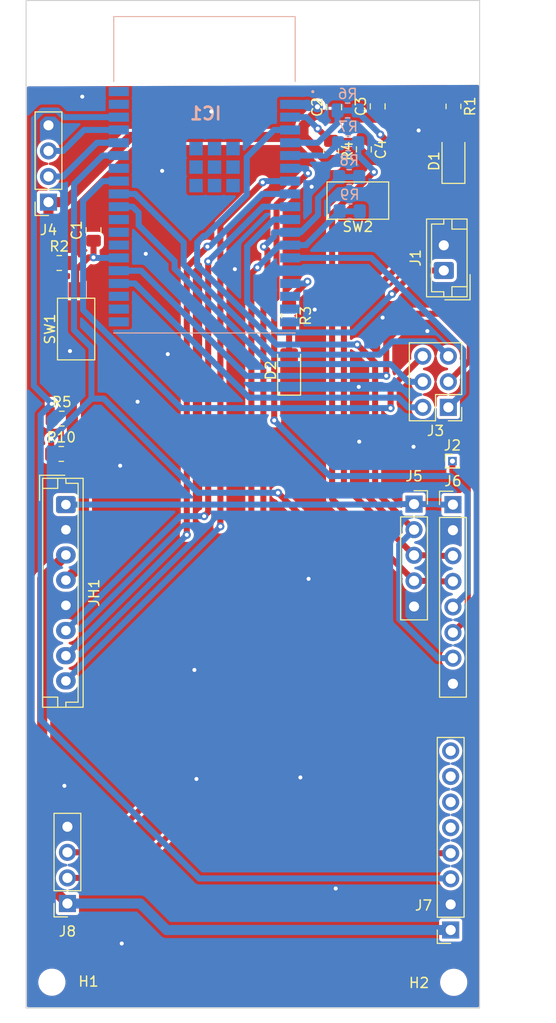
<source format=kicad_pcb>
(kicad_pcb (version 20221018) (generator pcbnew)
  (layers (0 "F.Cu" signal) (31 "B.Cu" signal) (34 "B.Paste" user) (35 "F.Paste" user) (36 "B.SilkS" user "B.Silkscreen") (37 "F.SilkS" user "F.Silkscreen") (38 "B.Mask" user) (39 "F.Mask" user) (44 "Edge.Cuts" user))
  (net 0 "")
  (net 1 "/Acondicionamiento/BOOT")
  (net 2 "GND")
  (net 3 "+3.3V")
  (net 4 "/Acondicionamiento/EN")
  (net 5 "Net-(D1-A)")
  (net 6 "Net-(D2-A)")
  (net 7 "/Acondicionamiento/RST_SIM")
  (net 8 "/Acondicionamiento/TX_SIM")
  (net 9 "/Acondicionamiento/RX_SIM")
  (net 10 "/Acondicionamiento/NE_SIM")
  (net 11 "/Acondicionamiento/CtrAl")
  (net 12 "/Acondicionamiento/CtrSIM")
  (net 13 "/Acondicionamiento/CtrGPSAc")
  (net 14 "/Acondicionamiento/CtrLuces")
  (net 15 "/Acondicionamiento/MP1")
  (net 16 "/Acondicionamiento/MP2")
  (net 17 "/Acondicionamiento/MP3")
  (net 18 "/Acondicionamiento/TEST_LED")
  (net 25 "/Acondicionamiento/MP4")
  (net 26 "/Acondicionamiento/MP5")
  (net 30 "/Acondicionamiento/MP6")
  (net 32 "/Acondicionamiento/SDA")
  (net 33 "/Acondicionamiento/RX_BOOT")
  (net 34 "/Acondicionamiento/TX_BOOT")
  (net 35 "/Acondicionamiento/SCL")
  (net 47 "4.1V")
  (net 48 "+3.3_2")
  (net 49 "/Acondicionamiento/TX_GPS")
  (net 50 "/Acondicionamiento/RX_GPS")
  (net 51 "/VdoSIM")
  (footprint "MountingHole:MountingHole_2.2mm_M2" (layer "F.Cu") (at 92.43 122.44)
    (fp_text reference "H2" (at -3.44 0.06) (layer "F.SilkS"))
    (fp_text value "MountingHole")
    (pad "" np_thru_hole circle (at 0 0) (size 2.2 2.2) (drill 2.2) (layers "*.Cu" "*.Mask"))
  )
  (footprint "Connector_PinHeader_2.54mm:PinHeader_1x08_P2.54mm_Vertical" (layer "F.Cu") (at 92.3544 75.0316)
    (fp_text reference "J6" (at 0 -2.33) (layer "F.SilkS"))
    (fp_text value "Conn_01x08")
    (pad "1" thru_hole rect (at 0 0) (size 1.7 1.7) (drill 1) (layers "*.Cu" "*.Mask") (net 47 "4.1V"))
    (pad "2" thru_hole oval (at 0 2.54) (size 1.7 1.7) (drill 1) (layers "*.Cu" "*.Mask") (net 2 "GND"))
    (pad "3" thru_hole oval (at 0 5.08) (size 1.7 1.7) (drill 1) (layers "*.Cu" "*.Mask") (net 8 "/Acondicionamiento/TX_SIM"))
    (pad "4" thru_hole oval (at 0 7.62) (size 1.7 1.7) (drill 1) (layers "*.Cu" "*.Mask") (net 9 "/Acondicionamiento/RX_SIM"))
    (pad "5" thru_hole oval (at 0 10.16) (size 1.7 1.7) (drill 1) (layers "*.Cu" "*.Mask") (net 10 "/Acondicionamiento/NE_SIM"))
    (pad "6" thru_hole oval (at 0 12.7) (size 1.7 1.7) (drill 1) (layers "*.Cu" "*.Mask") (net 51 "/VdoSIM"))
    (pad "7" thru_hole oval (at 0 15.24) (size 1.7 1.7) (drill 1) (layers "*.Cu" "*.Mask") (net 7 "/Acondicionamiento/RST_SIM"))
    (pad "8" thru_hole oval (at 0 17.78) (size 1.7 1.7) (drill 1) (layers "*.Cu" "*.Mask") (net 2 "GND"))
  )
  (footprint "Resistor_SMD:R_0805_2012Metric_Pad1.20x1.40mm_HandSolder" (layer "F.Cu") (at 53.5432 66.4972)
    (fp_text reference "R5" (at 0 -1.65) (layer "F.SilkS"))
    (fp_text value "4.7k")
    (pad "1" smd roundrect (at -1 0) (size 1.2 1.4) (layers "F.Cu" "F.Paste" "F.Mask") (roundrect_rratio 0.208333) (net 35 "/Acondicionamiento/SCL"))
    (pad "2" smd roundrect (at 1 0) (size 1.2 1.4) (layers "F.Cu" "F.Paste" "F.Mask") (roundrect_rratio 0.208333) (net 3 "+3.3V"))
  )
  (footprint "Connector_PinSocket_2.54mm:PinSocket_1x04_P2.54mm_Vertical" (layer "F.Cu") (at 54.102 114.62 180)
    (fp_text reference "J8" (at 0 -2.77) (layer "F.SilkS"))
    (fp_text value "Conn_01x04")
    (pad "1" thru_hole rect (at 0 0 180) (size 1.7 1.7) (drill 1) (layers "*.Cu" "*.Mask") (net 48 "+3.3_2"))
    (pad "2" thru_hole oval (at 0 2.54 180) (size 1.7 1.7) (drill 1) (layers "*.Cu" "*.Mask") (net 49 "/Acondicionamiento/TX_GPS"))
    (pad "3" thru_hole oval (at 0 5.08 180) (size 1.7 1.7) (drill 1) (layers "*.Cu" "*.Mask") (net 50 "/Acondicionamiento/RX_GPS"))
    (pad "4" thru_hole oval (at 0 7.62 180) (size 1.7 1.7) (drill 1) (layers "*.Cu" "*.Mask") (net 2 "GND"))
  )
  (footprint "Connector_PinSocket_2.54mm:PinSocket_1x04_P2.54mm_Vertical" (layer "F.Cu") (at 52.2224 45.0088 180)
    (fp_text reference "J4" (at 0 -2.77) (layer "F.SilkS"))
    (fp_text value "Conn_01x04")
    (pad "1" thru_hole rect (at 0 0 180) (size 1.7 1.7) (drill 1) (layers "*.Cu" "*.Mask") (net 3 "+3.3V"))
    (pad "2" thru_hole oval (at 0 2.54 180) (size 1.7 1.7) (drill 1) (layers "*.Cu" "*.Mask") (net 33 "/Acondicionamiento/RX_BOOT"))
    (pad "3" thru_hole oval (at 0 5.08 180) (size 1.7 1.7) (drill 1) (layers "*.Cu" "*.Mask") (net 34 "/Acondicionamiento/TX_BOOT"))
    (pad "4" thru_hole oval (at 0 7.62 180) (size 1.7 1.7) (drill 1) (layers "*.Cu" "*.Mask") (net 2 "GND"))
  )
  (footprint "Resistor_SMD:R_0805_2012Metric_Pad1.20x1.40mm_HandSolder" (layer "F.Cu") (at 53.4924 70.0024)
    (fp_text reference "R10" (at 0 -1.65) (layer "F.SilkS"))
    (fp_text value "4.7k")
    (pad "1" smd roundrect (at -1 0) (size 1.2 1.4) (layers "F.Cu" "F.Paste" "F.Mask") (roundrect_rratio 0.208333) (net 32 "/Acondicionamiento/SDA"))
    (pad "2" smd roundrect (at 1 0) (size 1.2 1.4) (layers "F.Cu" "F.Paste" "F.Mask") (roundrect_rratio 0.208333) (net 3 "+3.3V"))
  )
  (footprint "Button_Switch_SMD:SW_SPST_CK_RS282G05A3" (layer "F.Cu") (at 82.9172 44.8564 180)
    (fp_text reference "SW2" (at 0 -2.6) (layer "F.SilkS"))
    (fp_text value "SW_Reset")
    (pad "1" smd rect (at -3.9 0 180) (size 1.5 1.5) (layers "F.Cu" "F.Paste" "F.Mask") (net 4 "/Acondicionamiento/EN"))
    (pad "2" smd rect (at 3.9 0 180) (size 1.5 1.5) (layers "F.Cu" "F.Paste" "F.Mask") (net 2 "GND"))
  )
  (footprint "Capacitor_SMD:C_0805_2012Metric_Pad1.18x1.45mm_HandSolder" (layer "F.Cu") (at 80.5688 35.5815 90)
    (fp_text reference "C2" (at 0 -1.68 90) (layer "F.SilkS"))
    (fp_text value "22u")
    (pad "1" smd roundrect (at -1.0375 0 90) (size 1.175 1.45) (layers "F.Cu" "F.Paste" "F.Mask") (roundrect_rratio 0.212766) (net 3 "+3.3V"))
    (pad "2" smd roundrect (at 1.0375 0 90) (size 1.175 1.45) (layers "F.Cu" "F.Paste" "F.Mask") (roundrect_rratio 0.212766) (net 2 "GND"))
  )
  (footprint "Resistor_SMD:R_0805_2012Metric_Pad1.20x1.40mm_HandSolder" (layer "F.Cu") (at 80.264 39.9288 90)
    (fp_text reference "R4" (at -0.016 1.6256 90) (layer "F.SilkS"))
    (fp_text value "10k")
    (pad "1" smd roundrect (at -1 0 90) (size 1.2 1.4) (layers "F.Cu" "F.Paste" "F.Mask") (roundrect_rratio 0.208333) (net 3 "+3.3V"))
    (pad "2" smd roundrect (at 1 0 90) (size 1.2 1.4) (layers "F.Cu" "F.Paste" "F.Mask") (roundrect_rratio 0.208333) (net 4 "/Acondicionamiento/EN"))
  )
  (footprint "Connector_PinHeader_1.00mm:PinHeader_1x01_P1.00mm_Vertical" (layer "F.Cu") (at 92.3036 70.7136)
    (fp_text reference "J2" (at 0 -1.56) (layer "F.SilkS"))
    (fp_text value "Conn_01x01")
    (pad "1" thru_hole rect (at 0 0) (size 0.85 0.85) (drill 0.5) (layers "*.Cu" "*.Mask") (net 51 "/VdoSIM"))
  )
  (footprint "Resistor_SMD:R_0805_2012Metric_Pad1.20x1.40mm_HandSolder" (layer "F.Cu") (at 92.4052 35.5092 -90)
    (fp_text reference "R1" (at 0 -1.65 90) (layer "F.SilkS"))
    (fp_text value "470")
    (pad "1" smd roundrect (at -1 0 270) (size 1.2 1.4) (layers "F.Cu" "F.Paste" "F.Mask") (roundrect_rratio 0.208333) (net 3 "+3.3V"))
    (pad "2" smd roundrect (at 1 0 270) (size 1.2 1.4) (layers "F.Cu" "F.Paste" "F.Mask") (roundrect_rratio 0.208333) (net 5 "Net-(D1-A)"))
  )
  (footprint "Capacitor_SMD:C_0805_2012Metric_Pad1.18x1.45mm_HandSolder" (layer "F.Cu") (at 83.5152 39.7764 -90)
    (fp_text reference "C4" (at 0 -1.68 90) (layer "F.SilkS"))
    (fp_text value "0.1u")
    (pad "1" smd roundrect (at -1.0375 0 270) (size 1.175 1.45) (layers "F.Cu" "F.Paste" "F.Mask") (roundrect_rratio 0.212766) (net 4 "/Acondicionamiento/EN"))
    (pad "2" smd roundrect (at 1.0375 0 270) (size 1.175 1.45) (layers "F.Cu" "F.Paste" "F.Mask") (roundrect_rratio 0.212766) (net 2 "GND"))
  )
  (footprint "LED_SMD:LED_1206_3216Metric_Pad1.42x1.75mm_HandSolder" (layer "F.Cu") (at 76.0984 61.7077 90)
    (fp_text reference "D2" (at 0 -1.82 90) (layer "F.SilkS"))
    (fp_text value "LED_TEST")
    (pad "1" smd roundrect (at -1.4875 0 90) (size 1.425 1.75) (layers "F.Cu" "F.Paste" "F.Mask") (roundrect_rratio 0.175439) (net 2 "GND"))
    (pad "2" smd roundrect (at 1.4875 0 90) (size 1.425 1.75) (layers "F.Cu" "F.Paste" "F.Mask") (roundrect_rratio 0.175439) (net 6 "Net-(D2-A)"))
  )
  (footprint "Capacitor_SMD:C_0805_2012Metric_Pad1.18x1.45mm_HandSolder" (layer "F.Cu") (at 84.8868 35.5092 90)
    (fp_text reference "C3" (at 0 -1.68 90) (layer "F.SilkS"))
    (fp_text value "0.1u")
    (pad "1" smd roundrect (at -1.0375 0 90) (size 1.175 1.45) (layers "F.Cu" "F.Paste" "F.Mask") (roundrect_rratio 0.212766) (net 3 "+3.3V"))
    (pad "2" smd roundrect (at 1.0375 0 90) (size 1.175 1.45) (layers "F.Cu" "F.Paste" "F.Mask") (roundrect_rratio 0.212766) (net 2 "GND"))
  )
  (footprint "Resistor_SMD:R_0805_2012Metric_Pad1.20x1.40mm_HandSolder" (layer "F.Cu") (at 53.2892 51.054)
    (fp_text reference "R2" (at 0 -1.65) (layer "F.SilkS"))
    (fp_text value "10k")
    (pad "1" smd roundrect (at -1 0) (size 1.2 1.4) (layers "F.Cu" "F.Paste" "F.Mask") (roundrect_rratio 0.208333) (net 3 "+3.3V"))
    (pad "2" smd roundrect (at 1 0) (size 1.2 1.4) (layers "F.Cu" "F.Paste" "F.Mask") (roundrect_rratio 0.208333) (net 1 "/Acondicionamiento/BOOT"))
  )
  (footprint "Connector_JST:JST_EH_B8B-EH-A_1x08_P2.50mm_Vertical" (layer "F.Cu") (at 53.9496 75.0284 -90)
    (fp_text reference "JH1" (at 8.75 -2.8 90) (layer "F.SilkS"))
    (fp_text value "~")
    (pad "1" thru_hole roundrect (at 0 0 270) (size 1.7 1.95) (drill 0.95) (layers "*.Cu" "*.Mask") (roundrect_rratio 0.147059) (net 47 "4.1V"))
    (pad "2" thru_hole oval (at 2.5 0 270) (size 1.7 1.95) (drill 0.95) (layers "*.Cu" "*.Mask") (net 2 "GND"))
    (pad "3" thru_hole oval (at 5 0 270) (size 1.7 1.95) (drill 0.95) (layers "*.Cu" "*.Mask") (net 48 "+3.3_2"))
    (pad "4" thru_hole oval (at 7.5 0 270) (size 1.7 1.95) (drill 0.95) (layers "*.Cu" "*.Mask") (net 3 "+3.3V"))
    (pad "5" thru_hole oval (at 10 0 270) (size 1.7 1.95) (drill 0.95) (layers "*.Cu" "*.Mask") (net 2 "GND"))
    (pad "6" thru_hole oval (at 12.5 0 270) (size 1.7 1.95) (drill 0.95) (layers "*.Cu" "*.Mask") (net 13 "/Acondicionamiento/CtrGPSAc"))
    (pad "7" thru_hole oval (at 15 0 270) (size 1.7 1.95) (drill 0.95) (layers "*.Cu" "*.Mask") (net 12 "/Acondicionamiento/CtrSIM"))
    (pad "8" thru_hole oval (at 17.5 0 270) (size 1.7 1.95) (drill 0.95) (layers "*.Cu" "*.Mask") (net 11 "/Acondicionamiento/CtrAl"))
  )
  (footprint "Capacitor_SMD:C_0805_2012Metric_Pad1.18x1.45mm_HandSolder" (layer "F.Cu") (at 56.6928 47.8028 90)
    (fp_text reference "C1" (at 0 -1.68 90) (layer "F.SilkS"))
    (fp_text value "0.1u")
    (pad "1" smd roundrect (at -1.0375 0 90) (size 1.175 1.45) (layers "F.Cu" "F.Paste" "F.Mask") (roundrect_rratio 0.212766) (net 1 "/Acondicionamiento/BOOT"))
    (pad "2" smd roundrect (at 1.0375 0 90) (size 1.175 1.45) (layers "F.Cu" "F.Paste" "F.Mask") (roundrect_rratio 0.212766) (net 2 "GND"))
  )
  (footprint "Connector_PinHeader_2.54mm:PinHeader_2x03_P2.54mm_Vertical" (layer "F.Cu") (at 91.8972 65.3796 180)
    (fp_text reference "J3" (at 1.27 -2.33) (layer "F.SilkS"))
    (fp_text value "Conn_02x03_Counter_Clockwise")
    (pad "1" thru_hole rect (at 0 0 180) (size 1.7 1.7) (drill 1) (layers "*.Cu" "*.Mask") (net 15 "/Acondicionamiento/MP1"))
    (pad "2" thru_hole oval (at 2.54 0 180) (size 1.7 1.7) (drill 1) (layers "*.Cu" "*.Mask") (net 16 "/Acondicionamiento/MP2"))
    (pad "3" thru_hole oval (at 0 2.54 180) (size 1.7 1.7) (drill 1) (layers "*.Cu" "*.Mask") (net 17 "/Acondicionamiento/MP3"))
    (pad "4" thru_hole oval (at 2.54 2.54 180) (size 1.7 1.7) (drill 1) (layers "*.Cu" "*.Mask") (net 25 "/Acondicionamiento/MP4"))
    (pad "5" thru_hole oval (at 0 5.08 180) (size 1.7 1.7) (drill 1) (layers "*.Cu" "*.Mask") (net 26 "/Acondicionamiento/MP5"))
    (pad "6" thru_hole oval (at 2.54 5.08 180) (size 1.7 1.7) (drill 1) (layers "*.Cu" "*.Mask") (net 30 "/Acondicionamiento/MP6"))
  )
  (footprint "MountingHole:MountingHole_2.2mm_M2" (layer "F.Cu") (at 52.56 122.43)
    (fp_text reference "H1" (at 3.63 -0.07) (layer "F.SilkS"))
    (fp_text value "MountingHole")
    (pad "" np_thru_hole circle (at 0 0) (size 2.2 2.2) (drill 2.2) (layers "*.Cu" "*.Mask"))
  )
  (footprint "Connector_PinSocket_2.54mm:PinSocket_1x05_P2.54mm_Vertical" (layer "F.Cu") (at 88.4936 74.9808)
    (fp_text reference "J5" (at 0 -2.77) (layer "F.SilkS"))
    (fp_text value "Conn_01x05")
    (pad "1" thru_hole rect (at 0 0) (size 1.7 1.7) (drill 1) (layers "*.Cu" "*.Mask") (net 47 "4.1V"))
    (pad "2" thru_hole oval (at 0 2.54) (size 1.7 1.7) (drill 1) (layers "*.Cu" "*.Mask") (net 7 "/Acondicionamiento/RST_SIM"))
    (pad "3" thru_hole oval (at 0 5.08) (size 1.7 1.7) (drill 1) (layers "*.Cu" "*.Mask") (net 8 "/Acondicionamiento/TX_SIM"))
    (pad "4" thru_hole oval (at 0 7.62) (size 1.7 1.7) (drill 1) (layers "*.Cu" "*.Mask") (net 9 "/Acondicionamiento/RX_SIM"))
    (pad "5" thru_hole oval (at 0 10.16) (size 1.7 1.7) (drill 1) (layers "*.Cu" "*.Mask") (net 2 "GND"))
  )
  (footprint "Connector_JST:JST_EH_B2B-EH-A_1x02_P2.50mm_Vertical" (layer "F.Cu") (at 91.4448 51.796 90)
    (fp_text reference "J1" (at 1.25 -2.8 90) (layer "F.SilkS"))
    (fp_text value "Conn_01x02")
    (pad "1" thru_hole roundrect (at 0 0 90) (size 1.7 2) (drill 1) (layers "*.Cu" "*.Mask") (roundrect_rratio 0.147059) (net 14 "/Acondicionamiento/CtrLuces"))
    (pad "2" thru_hole oval (at 2.5 0 90) (size 1.7 2) (drill 1) (layers "*.Cu" "*.Mask") (net 2 "GND"))
  )
  (footprint "Button_Switch_SMD:SW_SPST_CK_RS282G05A3" (layer "F.Cu") (at 54.9656 57.6072 90)
    (fp_text reference "SW1" (at 0 -2.6 90) (layer "F.SilkS"))
    (fp_text value "SW_Boot")
    (pad "1" smd rect (at -3.9 0 90) (size 1.5 1.5) (layers "F.Cu" "F.Paste" "F.Mask") (net 2 "GND"))
    (pad "2" smd rect (at 3.9 0 90) (size 1.5 1.5) (layers "F.Cu" "F.Paste" "F.Mask") (net 1 "/Acondicionamiento/BOOT"))
  )
  (footprint "Resistor_SMD:R_0805_2012Metric_Pad1.20x1.40mm_HandSolder" (layer "F.Cu") (at 76.0984 56.2864 -90)
    (fp_text reference "R3" (at 0 -1.65 90) (layer "F.SilkS"))
    (fp_text value "470")
    (pad "1" smd roundrect (at -1 0 270) (size 1.2 1.4) (layers "F.Cu" "F.Paste" "F.Mask") (roundrect_rratio 0.208333) (net 18 "/Acondicionamiento/TEST_LED"))
    (pad "2" smd roundrect (at 1 0 270) (size 1.2 1.4) (layers "F.Cu" "F.Paste" "F.Mask") (roundrect_rratio 0.208333) (net 6 "Net-(D2-A)"))
  )
  (footprint "LED_SMD:LED_1206_3216Metric_Pad1.42x1.75mm_HandSolder" (layer "F.Cu") (at 92.4052 40.6908 90)
    (fp_text reference "D1" (at -0.254 -1.9216 90) (layer "F.SilkS"))
    (fp_text value "LED_ON")
    (pad "1" smd roundrect (at -1.4875 0 90) (size 1.425 1.75) (layers "F.Cu" "F.Paste" "F.Mask") (roundrect_rratio 0.175439) (net 2 "GND"))
    (pad "2" smd roundrect (at 1.4875 0 90) (size 1.425 1.75) (layers "F.Cu" "F.Paste" "F.Mask") (roundrect_rratio 0.175439) (net 5 "Net-(D1-A)"))
  )
  (footprint "Connector_PinSocket_2.54mm:PinSocket_1x08_P2.54mm_Vertical" (layer "F.Cu") (at 92.13 117.25 180)
    (fp_text reference "J7" (at 2.6924 2.4384) (layer "F.SilkS"))
    (fp_text value "Conn_01x08")
    (pad "1" thru_hole rect (at 0 0 180) (size 1.7 1.7) (drill 1) (layers "*.Cu" "*.Mask") (net 48 "+3.3_2"))
    (pad "2" thru_hole oval (at 0 2.54 180) (size 1.7 1.7) (drill 1) (layers "*.Cu" "*.Mask") (net 2 "GND"))
    (pad "3" thru_hole oval (at 0 5.08 180) (size 1.7 1.7) (drill 1) (layers "*.Cu" "*.Mask") (net 35 "/Acondicionamiento/SCL"))
    (pad "4" thru_hole oval (at 0 7.62 180) (size 1.7 1.7) (drill 1) (layers "*.Cu" "*.Mask") (net 32 "/Acondicionamiento/SDA"))
    (pad "5" thru_hole oval (at 0 10.16 180) (size 1.7 1.7) (drill 1) (layers "*.Cu" "*.Mask"))
    (pad "6" thru_hole oval (at 0 12.7 180) (size 1.7 1.7) (drill 1) (layers "*.Cu" "*.Mask"))
    (pad "7" thru_hole oval (at 0 15.24 180) (size 1.7 1.7) (drill 1) (layers "*.Cu" "*.Mask"))
    (pad "8" thru_hole oval (at 0 17.78 180) (size 1.7 1.7) (drill 1) (layers "*.Cu" "*.Mask"))
  )
  (footprint "Resistor_SMD:R_0805_2012Metric_Pad1.20x1.40mm_HandSolder" (layer "B.Cu") (at 82.058 42.5196 180)
    (fp_text reference "R8" (at 0 1.65) (layer "B.SilkS") (effects (justify mirror)))
    (fp_text value "470")
    (pad "1" smd roundrect (at -1 0 180) (size 1.2 1.4) (layers "B.Cu" "B.Paste" "B.Mask") (roundrect_rratio 0.208333) (net 49 "/Acondicionamiento/TX_GPS"))
    (pad "2" smd roundrect (at 1 0 180) (size 1.2 1.4) (layers "B.Cu" "B.Paste" "B.Mask") (roundrect_rratio 0.208333) (net 49 "/Acondicionamiento/TX_GPS"))
  )
  (footprint "Resistor_SMD:R_0805_2012Metric_Pad1.20x1.40mm_HandSolder" (layer "B.Cu") (at 81.9564 39.1668 180)
    (fp_text reference "R7" (at 0 1.65) (layer "B.SilkS") (effects (justify mirror)))
    (fp_text value "470")
    (pad "1" smd roundrect (at -1 0 180) (size 1.2 1.4) (layers "B.Cu" "B.Paste" "B.Mask") (roundrect_rratio 0.208333) (net 9 "/Acondicionamiento/RX_SIM"))
    (pad "2" smd roundrect (at 1 0 180) (size 1.2 1.4) (layers "B.Cu" "B.Paste" "B.Mask") (roundrect_rratio 0.208333) (net 9 "/Acondicionamiento/RX_SIM"))
  )
  (footprint "ESP32-WROVER-B__8MB_:ESP32WROVERB8MB" (layer "B.Cu") (at 67.7 42.296 180)
    (fp_text reference "IC1" (at -0.118 6.0756) (layer "B.SilkS") (effects (font (size 1.27 1.27) (thickness 0.254)) (justify mirror)))
    (fp_text value "ESP32-WROVER-B__8MB_" hide)
    (pad "1" smd rect (at -8.5 8.26 90) (size 0.9 2) (layers "B.Cu" "B.Paste" "B.Mask") (net 2 "GND"))
    (pad "2" smd rect (at -8.5 6.99 90) (size 0.9 2) (layers "B.Cu" "B.Paste" "B.Mask") (net 3 "+3.3V"))
    (pad "3" smd rect (at -8.5 5.72 90) (size 0.9 2) (layers "B.Cu" "B.Paste" "B.Mask") (net 4 "/Acondicionamiento/EN"))
    (pad "4" smd rect (at -8.5 4.45 90) (size 0.9 2) (layers "B.Cu" "B.Paste" "B.Mask") (net 7 "/Acondicionamiento/RST_SIM"))
    (pad "5" smd rect (at -8.5 3.18 90) (size 0.9 2) (layers "B.Cu" "B.Paste" "B.Mask") (net 8 "/Acondicionamiento/TX_SIM"))
    (pad "6" smd rect (at -8.5 1.91 90) (size 0.9 2) (layers "B.Cu" "B.Paste" "B.Mask") (net 9 "/Acondicionamiento/RX_SIM"))
    (pad "7" smd rect (at -8.5 0.64 90) (size 0.9 2) (layers "B.Cu" "B.Paste" "B.Mask") (net 10 "/Acondicionamiento/NE_SIM"))
    (pad "8" smd rect (at -8.5 -0.63 90) (size 0.9 2) (layers "B.Cu" "B.Paste" "B.Mask") (net 11 "/Acondicionamiento/CtrAl"))
    (pad "9" smd rect (at -8.5 -1.9 90) (size 0.9 2) (layers "B.Cu" "B.Paste" "B.Mask") (net 12 "/Acondicionamiento/CtrSIM"))
    (pad "10" smd rect (at -8.5 -3.17 90) (size 0.9 2) (layers "B.Cu" "B.Paste" "B.Mask") (net 13 "/Acondicionamiento/CtrGPSAc"))
    (pad "11" smd rect (at -8.5 -4.44 90) (size 0.9 2) (layers "B.Cu" "B.Paste" "B.Mask") (net 14 "/Acondicionamiento/CtrLuces"))
    (pad "12" smd rect (at -8.5 -5.71 90) (size 0.9 2) (layers "B.Cu" "B.Paste" "B.Mask") (net 49 "/Acondicionamiento/TX_GPS"))
    (pad "13" smd rect (at -8.5 -6.98 90) (size 0.9 2) (layers "B.Cu" "B.Paste" "B.Mask") (net 50 "/Acondicionamiento/RX_GPS"))
    (pad "14" smd rect (at -8.5 -8.25 90) (size 0.9 2) (layers "B.Cu" "B.Paste" "B.Mask") (net 15 "/Acondicionamiento/MP1"))
    (pad "15" smd rect (at -8.5 -9.52 90) (size 0.9 2) (layers "B.Cu" "B.Paste" "B.Mask") (net 2 "GND"))
    (pad "16" smd rect (at -8.5 -10.79 90) (size 0.9 2) (layers "B.Cu" "B.Paste" "B.Mask") (net 18 "/Acondicionamiento/TEST_LED"))
    (pad "17" smd rect (at -8.5 -12.06 90) (size 0.9 2) (layers "B.Cu" "B.Paste" "B.Mask"))
    (pad "18" smd rect (at -8.5 -13.33 90) (size 0.9 2) (layers "B.Cu" "B.Paste" "B.Mask"))
    (pad "19" smd rect (at -8.5 -14.6 90) (size 0.9 2) (layers "B.Cu" "B.Paste" "B.Mask"))
    (pad "20" smd rect (at 8.5 -14.6 90) (size 0.9 2) (layers "B.Cu" "B.Paste" "B.Mask"))
    (pad "21" smd rect (at 8.5 -13.33 90) (size 0.9 2) (layers "B.Cu" "B.Paste" "B.Mask"))
    (pad "22" smd rect (at 8.5 -12.06 90) (size 0.9 2) (layers "B.Cu" "B.Paste" "B.Mask"))
    (pad "23" smd rect (at 8.5 -10.79 90) (size 0.9 2) (layers "B.Cu" "B.Paste" "B.Mask") (net 16 "/Acondicionamiento/MP2"))
    (pad "24" smd rect (at 8.5 -9.52 90) (size 0.9 2) (layers "B.Cu" "B.Paste" "B.Mask") (net 17 "/Acondicionamiento/MP3"))
    (pad "25" smd rect (at 8.5 -8.25 90) (size 0.9 2) (layers "B.Cu" "B.Paste" "B.Mask") (net 1 "/Acondicionamiento/BOOT"))
    (pad "26" smd rect (at 8.5 -6.98 90) (size 0.9 2) (layers "B.Cu" "B.Paste" "B.Mask"))
    (pad "27" smd rect (at 8.5 -5.71 90) (size 0.9 2) (layers "B.Cu" "B.Paste" "B.Mask"))
    (pad "28" smd rect (at 8.5 -4.44 90) (size 0.9 2) (layers "B.Cu" "B.Paste" "B.Mask"))
    (pad "29" smd rect (at 8.5 -3.17 90) (size 0.9 2) (layers "B.Cu" "B.Paste" "B.Mask") (net 25 "/Acondicionamiento/MP4"))
    (pad "30" smd rect (at 8.5 -1.9 90) (size 0.9 2) (layers "B.Cu" "B.Paste" "B.Mask") (net 26 "/Acondicionamiento/MP5"))
    (pad "31" smd rect (at 8.5 -0.63 90) (size 0.9 2) (layers "B.Cu" "B.Paste" "B.Mask") (net 30 "/Acondicionamiento/MP6"))
    (pad "32" smd rect (at 8.5 0.64 90) (size 0.9 2) (layers "B.Cu" "B.Paste" "B.Mask"))
    (pad "33" smd rect (at 8.5 1.91 90) (size 0.9 2) (layers "B.Cu" "B.Paste" "B.Mask") (net 32 "/Acondicionamiento/SDA"))
    (pad "34" smd rect (at 8.5 3.18 90) (size 0.9 2) (layers "B.Cu" "B.Paste" "B.Mask") (net 33 "/Acondicionamiento/RX_BOOT"))
    (pad "35" smd rect (at 8.5 4.45 90) (size 0.9 2) (layers "B.Cu" "B.Paste" "B.Mask") (net 34 "/Acondicionamiento/TX_BOOT"))
    (pad "36" smd rect (at 8.5 5.72 90) (size 0.9 2) (layers "B.Cu" "B.Paste" "B.Mask") (net 35 "/Acondicionamiento/SCL"))
    (pad "37" smd rect (at 8.5 6.99 90) (size 0.9 2) (layers "B.Cu" "B.Paste" "B.Mask"))
    (pad "38" smd rect (at 8.5 8.26 90) (size 0.9 2) (layers "B.Cu" "B.Paste" "B.Mask"))
    (pad "39" smd rect (at -2.835 2.595 90) (size 1.33 1.33) (layers "B.Cu" "B.Paste" "B.Mask"))
    (pad "40" smd rect (at -2.835 0.76 90) (size 1.33 1.33) (layers "B.Cu" "B.Paste" "B.Mask"))
    (pad "41" smd rect (at -2.835 -1.075 90) (size 1.33 1.33) (layers "B.Cu" "B.Paste" "B.Mask"))
    (pad "42" smd rect (at -1 -1.075 90) (size 1.33 1.33) (layers "B.Cu" "B.Paste" "B.Mask"))
    (pad "43" smd rect (at 0.835 -1.075 90) (size 1.33 1.33) (layers "B.Cu" "B.Paste" "B.Mask"))
    (pad "44" smd rect (at 0.835 0.76 90) (size 1.33 1.33) (layers "B.Cu" "B.Paste" "B.Mask"))
    (pad "45" smd rect (at 0.835 2.595 90) (size 1.33 1.33) (layers "B.Cu" "B.Paste" "B.Mask"))
    (pad "46" smd rect (at -1 2.595 90) (size 1.33 1.33) (layers "B.Cu" "B.Paste" "B.Mask"))
    (pad "47" smd rect (at -1 0.76 90) (size 1.33 1.33) (layers "B.Cu" "B.Paste" "B.Mask"))
  )
  (footprint "Resistor_SMD:R_0805_2012Metric_Pad1.20x1.40mm_HandSolder" (layer "B.Cu") (at 82.1088 45.9232 180)
    (fp_text reference "R9" (at 0 1.65) (layer "B.SilkS") (effects (justify mirror)))
    (fp_text value "470")
    (pad "1" smd roundrect (at -1 0 180) (size 1.2 1.4) (layers "B.Cu" "B.Paste" "B.Mask") (roundrect_rratio 0.208333) (net 50 "/Acondicionamiento/RX_GPS"))
    (pad "2" smd roundrect (at 1 0 180) (size 1.2 1.4) (layers "B.Cu" "B.Paste" "B.Mask") (roundrect_rratio 0.208333) (net 50 "/Acondicionamiento/RX_GPS"))
  )
  (footprint "Resistor_SMD:R_0805_2012Metric_Pad1.20x1.40mm_HandSolder" (layer "B.Cu") (at 81.9056 35.9156 180)
    (fp_text reference "R6" (at 0 1.65) (layer "B.SilkS") (effects (justify mirror)))
    (fp_text value "470")
    (pad "1" smd roundrect (at -1 0 180) (size 1.2 1.4) (layers "B.Cu" "B.Paste" "B.Mask") (roundrect_rratio 0.208333) (net 8 "/Acondicionamiento/TX_SIM"))
    (pad "2" smd roundrect (at 1 0 180) (size 1.2 1.4) (layers "B.Cu" "B.Paste" "B.Mask") (roundrect_rratio 0.208333) (net 8 "/Acondicionamiento/TX_SIM"))
  )
  (gr_rect (start 50 25) (end 95 125) (stroke (width 0.1)) (fill none) (layer "Edge.Cuts"))
  (segment (start 54.2892 51.054) (end 54.9656 51.7304) (width 0.6) (layer "F.Cu") (net 1))
  (segment (start 56.203 50.493) (end 54.9656 51.7304) (width 0.6) (layer "F.Cu") (net 1))
  (segment (start 56.6892 50.493) (end 56.6892 48.8439) (width 0.6) (layer "F.Cu") (net 1))
  (segment (start 54.9656 51.7304) (end 54.9656 53.7072) (width 0.6) (layer "F.Cu") (net 1))
  (segment (start 56.6892 50.493) (end 56.203 50.493) (width 0.6) (layer "F.Cu") (net 1))
  (segment (start 56.6892 48.8439) (end 56.6928 48.8403) (width 0.6) (layer "F.Cu") (net 1))
  (via (at 56.6892 50.493) (size 0.8) (drill 0.4) (layers "F.Cu" "B.Cu") (net 1))
  (segment (start 56.7422 50.546) (end 56.6892 50.493) (width 0.6) (layer "B.Cu") (net 1))
  (segment (start 59.2 50.546) (end 56.7422 50.546) (width 0.6) (layer "B.Cu") (net 1))
  (segment (start 79.0172 44.9884) (end 79.0172 44.8564) (width 0.6) (layer "F.Cu") (net 2))
  (segment (start 80.6411 34.4717) (end 80.5688 34.544) (width 0.6) (layer "F.Cu") (net 2))
  (segment (start 83.5152 40.8139) (end 83.5332 40.8319) (width 0.6) (layer "F.Cu") (net 2))
  (segment (start 80.3165 34.2917) (end 80.5688 34.544) (width 0.6) (layer "F.Cu") (net 2))
  (via (at 83.0072 63.3476) (size 0.8) (drill 0.4) (layers "F.Cu" "B.Cu") (net 2))
  (via (at 88.9508 37.8968) (size 0.8) (drill 0.4) (layers "F.Cu" "B.Cu") (net 2))
  (via (at 78.3336 43.4848) (size 0.8) (drill 0.4) (layers "F.Cu" "B.Cu") (net 2))
  (via (at 83.058 68.7832) (size 0.8) (drill 0.4) (layers "F.Cu" "B.Cu") (net 2))
  (via (at 78.6384 55.6768) (size 0.8) (drill 0.4) (layers "F.Cu" "B.Cu") (net 2))
  (via (at 64.0588 60.0964) (size 0.8) (drill 0.4) (layers "F.Cu" "B.Cu") (net 2))
  (via (at 53.8 102.94) (size 0.8) (drill 0.4) (layers "F.Cu" "B.Cu") (net 2))
  (via (at 55.5752 34.544) (size 0.8) (drill 0.4) (layers "F.Cu" "B.Cu") (net 2))
  (via (at 66.7004 91.44) (size 0.8) (drill 0.4) (layers "F.Cu" "B.Cu") (net 2))
  (via (at 59.49 118.59) (size 0.8) (drill 0.4) (layers "F.Cu" "B.Cu") (net 2))
  (via (at 85.374604 56.469404) (size 0.8) (drill 0.4) (layers "F.Cu" "B.Cu") (net 2))
  (via (at 89.8144 57.8104) (size 0.8) (drill 0.4) (layers "F.Cu" "B.Cu") (net 2))
  (via (at 61.0616 64.8208) (size 0.8) (drill 0.4) (layers "F.Cu" "B.Cu") (net 2))
  (via (at 61.8744 50.1396) (size 0.8) (drill 0.4) (layers "F.Cu" "B.Cu") (net 2))
  (via (at 77.216 102.108) (size 0.8) (drill 0.4) (layers "F.Cu" "B.Cu") (net 2))
  (via (at 59.3344 71.1708) (size 0.8) (drill 0.4) (layers "F.Cu" "B.Cu") (net 2))
  (via (at 66.9036 102.2604) (size 0.8) (drill 0.4) (layers "F.Cu" "B.Cu") (net 2))
  (via (at 63.5 41.91) (size 0.8) (drill 0.4) (layers "F.Cu" "B.Cu") (net 2))
  (via (at 88.4428 69.2912) (size 0.8) (drill 0.4) (layers "F.Cu" "B.Cu") (net 2))
  (via (at 80.7212 113.1316) (size 0.8) (drill 0.4) (layers "F.Cu" "B.Cu") (net 2))
  (via (at 70.7136 51.6636) (size 0.8) (drill 0.4) (layers "F.Cu" "B.Cu") (net 2))
  (via (at 78.0288 82.3976) (size 0.8) (drill 0.4) (layers "F.Cu" "B.Cu") (net 2))
  (via (at 54.356 59.7916) (size 0.8) (drill 0.4) (layers "F.Cu" "B.Cu") (net 2))
  (via (at 68.3768 36.0172) (size 0.8) (drill 0.4) (layers "F.Cu" "B.Cu") (net 2))
  (segment (start 53.9496 85.0284) (end 52.3689 83.4477) (width 0.6) (layer "B.Cu") (net 2))
  (segment (start 90.424 79.502) (end 92.3544 77.5716) (width 0.6) (layer "B.Cu") (net 2))
  (segment (start 88.4936 85.1408) (end 90.424 83.2104) (width 0.6) (layer "B.Cu") (net 2))
  (segment (start 91.4448 49.296) (end 90.7222 49.296) (width 0.6) (layer "B.Cu") (net 2))
  (segment (start 52.3689 83.4477) (end 52.3689 79.1091) (width 0.6) (layer "B.Cu") (net 2))
  (segment (start 52.3689 79.1091) (end 53.9496 77.5284) (width 0.6) (layer "B.Cu") (net 2))
  (segment (start 90.424 83.2104) (end 90.424 79.502) (width 0.6) (layer "B.Cu") (net 2))
  (segment (start 80.2977 36.3479) (end 78.9065 36.3479) (width 1) (layer "F.Cu") (net 3))
  (segment (start 78.5829 36.3479) (end 77.5262 37.4046) (width 1) (layer "F.Cu") (net 3))
  (segment (start 87.4072 34.5092) (end 85.3697 36.5467) (width 1) (layer "F.Cu") (net 3))
  (segment (start 92.4052 34.5092) (end 87.4072 34.5092) (width 1) (layer "F.Cu") (net 3))
  (segment (start 52.2892 46.7275) (end 52.2892 51.054) (width 1) (layer "F.Cu") (net 3))
  (segment (start 52.2892 62.1973) (end 54.5432 64.4513) (width 1) (layer "F.Cu") (net 3))
  (segment (start 77.5262 38.5412) (end 60.3419 38.5412) (width 1) (layer "F.Cu") (net 3))
  (segment (start 52.2224 45.0088) (end 53.8743 45.0088) (width 1) (layer "F.Cu") (net 3))
  (segment (start 54.5432 69.9516) (end 54.4924 70.0024) (width 1) (layer "F.Cu") (net 3))
  (segment (start 52.2224 46.6607) (end 52.2892 46.7275) (width 1) (layer "F.Cu") (net 3))
  (segment (start 52.2224 45.0088) (end 52.2224 46.6607) (width 1) (layer "F.Cu") (net 3))
  (segment (start 80.264 40.9288) (end 79.9138 40.9288) (width 1) (layer "F.Cu") (net 3))
  (segment (start 85.3697 36.5467) (end 84.8868 36.5467) (width 1) (layer "F.Cu") (net 3))
  (segment (start 55.7405 71.2505) (end 55.7405 80.7375) (width 1) (layer "F.Cu") (net 3))
  (segment (start 79.9138 40.9288) (end 77.5262 38.5412) (width 1) (layer "F.Cu") (net 3))
  (segment (start 77.5262 37.4046) (end 77.5262 38.5412) (width 1) (layer "F.Cu") (net 3))
  (segment (start 78.9065 36.3479) (end 78.9065 35.5497) (width 1) (layer "F.Cu") (net 3))
  (segment (start 54.4924 70.0024) (end 55.7405 71.2505) (width 1) (layer "F.Cu") (net 3))
  (segment (start 55.7405 80.7375) (end 53.9496 82.5284) (width 1) (layer "F.Cu") (net 3))
  (segment (start 54.5432 66.4972) (end 54.5432 69.9516) (width 1) (layer "F.Cu") (net 3))
  (segment (start 84.8145 36.619) (end 80.5688 36.619) (width 1) (layer "F.Cu") (net 3))
  (segment (start 84.8868 36.5467) (end 84.8145 36.619) (width 1) (layer "F.Cu") (net 3))
  (segment (start 54.5432 64.4513) (end 54.5432 66.4972) (width 1) (layer "F.Cu") (net 3))
  (segment (start 60.3419 38.5412) (end 53.8743 45.0088) (width 1) (layer "F.Cu") (net 3))
  (segment (start 80.5688 36.619) (end 80.2977 36.3479) (width 1) (layer "F.Cu") (net 3))
  (segment (start 52.2892 51.054) (end 52.2892 62.1973) (width 1) (layer "F.Cu") (net 3))
  (segment (start 78.9065 36.3479) (end 78.5829 36.3479) (width 1) (layer "F.Cu") (net 3))
  (via (at 78.9065 35.5497) (size 1.1) (drill 0.5) (layers "F.Cu" "B.Cu") (net 3))
  (segment (start 78.0221 35.4741) (end 77.8736 35.3256) (width 1) (layer "B.Cu") (net 3))
  (segment (start 76.2196 35.3256) (end 76.2 35.306) (width 0.8998) (layer "B.Cu") (net 3))
  (segment (start 77.8736 35.3256) (end 76.2196 35.3256) (width 0.8998) (layer "B.Cu") (net 3))
  (segment (start 78.8309 35.4741) (end 78.0221 35.4741) (width 1) (layer "B.Cu") (net 3))
  (segment (start 78.9065 35.5497) (end 78.8309 35.4741) (width 1) (layer "B.Cu") (net 3))
  (segment (start 83.5152 38.7389) (end 84.6039 39.8276) (width 0.6) (layer "F.Cu") (net 4))
  (segment (start 83.3253 38.9288) (end 83.5152 38.7389) (width 0.6) (layer "F.Cu") (net 4))
  (segment (start 86.8172 41.2855) (end 86.8172 44.8564) (width 0.6) (layer "F.Cu") (net 4))
  (segment (start 84.6039 39.8276) (end 85.3593 39.8276) (width 0.6) (layer "F.Cu") (net 4))
  (segment (start 80.264 38.9288) (end 83.3253 38.9288) (width 0.6) (layer "F.Cu") (net 4))
  (segment (start 85.3593 39.8276) (end 86.8172 41.2855) (width 0.6) (layer "F.Cu") (net 4))
  (segment (start 80.1519 38.9288) (end 80.264 38.9288) (width 0.6) (layer "F.Cu") (net 4))
  (segment (start 78.9353 37.7122) (end 80.1519 38.9288) (width 0.6) (layer "F.Cu") (net 4))
  (via (at 78.9353 37.7122) (size 0.8) (drill 0.4) (layers "F.Cu" "B.Cu") (net 4))
  (segment (start 76.2 36.576) (end 77.8019 36.576) (width 0.6) (layer "B.Cu") (net 4))
  (segment (start 77.8019 36.5788) (end 77.8019 36.576) (width 0.6) (layer "B.Cu") (net 4))
  (segment (start 78.9353 37.7122) (end 77.8019 36.5788) (width 0.6) (layer "B.Cu") (net 4))
  (segment (start 92.4052 39.2033) (end 92.4052 36.5092) (width 0.6) (layer "F.Cu") (net 5))
  (segment (start 76.0984 60.2202) (end 76.0984 57.2864) (width 0.6) (layer "F.Cu") (net 6))
  (segment (start 82.8548 59.1449) (end 84.6343 60.9244) (width 0.6) (layer "F.Cu") (net 7))
  (segment (start 84.6343 73.6727) (end 88.4824 77.5208) (width 0.6) (layer "F.Cu") (net 7))
  (segment (start 88.4824 77.5208) (end 88.4936 77.5208) (width 0.6) (layer "F.Cu") (net 7))
  (segment (start 84.6343 60.9244) (end 84.6343 73.6727) (width 0.6) (layer "F.Cu") (net 7))
  (via (at 82.8548 59.1449) (size 0.8) (drill 0.4) (layers "F.Cu" "B.Cu") (net 7))
  (segment (start 92.3544 90.2716) (end 90.9025 90.2716) (width 0.6) (layer "B.Cu") (net 7))
  (segment (start 74.849 59.1449) (end 66.9735 51.2694) (width 0.6) (layer "B.Cu") (net 7))
  (segment (start 71.8932 40.5509) (end 74.5981 37.846) (width 0.6) (layer "B.Cu") (net 7))
  (segment (start 74.5981 37.846) (end 76.2 37.846) (width 0.6) (layer "B.Cu") (net 7))
  (segment (start 67.6156 48.3695) (end 67.8035 48.3695) (width 0.6) (layer "B.Cu") (net 7))
  (segment (start 82.8548 59.1449) (end 74.849 59.1449) (width 0.6) (layer "B.Cu") (net 7))
  (segment (start 87.0198 86.3889) (end 90.9025 90.2716) (width 0.6) (layer "B.Cu") (net 7))
  (segment (start 67.8035 48.3695) (end 71.8932 44.2798) (width 0.6) (layer "B.Cu") (net 7))
  (segment (start 71.8932 44.2798) (end 71.8932 40.5509) (width 0.6) (layer "B.Cu") (net 7))
  (segment (start 66.9735 49.0116) (end 67.6156 48.3695) (width 0.6) (layer "B.Cu") (net 7))
  (segment (start 88.4936 77.5208) (end 87.0198 78.9946) (width 0.6) (layer "B.Cu") (net 7))
  (segment (start 87.0198 78.9946) (end 87.0198 86.3889) (width 0.6) (layer "B.Cu") (net 7))
  (segment (start 66.9735 51.2694) (end 66.9735 49.0116) (width 0.6) (layer "B.Cu") (net 7))
  (segment (start 88.2566 50.0478) (end 81.534 56.7704) (width 0.6) (layer "F.Cu") (net 8))
  (segment (start 85.1431 38.299) (end 88.2566 41.4125) (width 0.6) (layer "F.Cu") (net 8))
  (segment (start 88.4936 80.0608) (end 89.9455 80.0608) (width 0.6) (layer "F.Cu") (net 8))
  (segment (start 89.9963 80.1116) (end 89.9455 80.0608) (width 0.6) (layer "F.Cu") (net 8))
  (segment (start 92.3544 80.1116) (end 89.9963 80.1116) (width 0.6) (layer "F.Cu") (net 8))
  (segment (start 88.2566 41.4125) (end 88.2566 50.0478) (width 0.6) (layer "F.Cu") (net 8))
  (segment (start 81.534 73.1012) (end 88.4936 80.0608) (width 0.6) (layer "F.Cu") (net 8))
  (segment (start 81.534 56.7704) (end 81.534 73.1012) (width 0.6) (layer "F.Cu") (net 8))
  (via (at 85.1431 38.299) (size 0.8) (drill 0.4) (layers "F.Cu" "B.Cu") (net 8))
  (segment (start 82.9056 36.0615) (end 85.1431 38.299) (width 0.6) (layer "B.Cu") (net 8))
  (segment (start 77.8019 39.116) (end 78.9485 39.116) (width 0.6) (layer "B.Cu") (net 8))
  (segment (start 82.9056 35.9156) (end 82.9056 36.0615) (width 0.6) (layer "B.Cu") (net 8))
  (segment (start 76.2 39.116) (end 77.8019 39.116) (width 0.6) (layer "B.Cu") (net 8))
  (segment (start 80.9056 37.1589) (end 80.9056 35.9156) (width 0.6) (layer "B.Cu") (net 8))
  (segment (start 80.9056 35.9156) (end 82.9056 35.9156) (width 0.6) (layer "B.Cu") (net 8))
  (segment (start 78.9485 39.116) (end 80.9056 37.1589) (width 0.6) (layer "B.Cu") (net 8))
  (segment (start 90.8517 82.6008) (end 90.9025 82.6516) (width 0.6) (layer "F.Cu") (net 9))
  (segment (start 92.3544 82.6516) (end 90.9025 82.6516) (width 0.6) (layer "F.Cu") (net 9))
  (segment (start 80.3656 46.1693) (end 80.3656 74.4728) (width 0.6) (layer "F.Cu") (net 9))
  (segment (start 84.5102 42.0247) (end 80.3656 46.1693) (width 0.6) (layer "F.Cu") (net 9))
  (segment (start 88.4936 82.6008) (end 90.8517 82.6008) (width 0.6) (layer "F.Cu") (net 9))
  (segment (start 80.3656 74.4728) (end 88.4936 82.6008) (width 0.6) (layer "F.Cu") (net 9))
  (via (at 84.5102 42.0247) (size 0.8) (drill 0.4) (layers "F.Cu" "B.Cu") (net 9))
  (segment (start 82.9564 39.1668) (end 82.9564 40.3777) (width 0.6) (layer "B.Cu") (net 9))
  (segment (start 79.7372 40.386) (end 76.2 40.386) (width 0.6) (layer "B.Cu") (net 9))
  (segment (start 84.5102 41.9315) (end 84.5102 42.0247) (width 0.6) (layer "B.Cu") (net 9))
  (segment (start 82.9564 40.3777) (end 84.5102 41.9315) (width 0.6) (layer "B.Cu") (net 9))
  (segment (start 80.9564 39.1668) (end 82.9564 39.1668) (width 0.6) (layer "B.Cu") (net 9))
  (segment (start 80.9564 39.1668) (end 79.7372 40.386) (width 0.6) (layer "B.Cu") (net 9))
  (segment (start 74.6205 54.7479) (end 74.8503 54.5181) (width 0.6) (layer "F.Cu") (net 10))
  (segment (start 74.8503 54.5181) (end 74.8503 45.263) (width 0.6) (layer "F.Cu") (net 10))
  (segment (start 74.6205 66.6717) (end 74.6205 54.7479) (width 0.6) (layer "F.Cu") (net 10))
  (segment (start 74.8503 45.263) (end 77.9675 42.1458) (width 0.6) (layer "F.Cu") (net 10))
  (via (at 74.6205 66.6717) (size 0.8) (drill 0.4) (layers "F.Cu" "B.Cu") (net 10))
  (via (at 77.9675 42.1458) (size 0.8) (drill 0.4) (layers "F.Cu" "B.Cu") (net 10))
  (segment (start 76.2 41.656) (end 77.8019 41.656) (width 0.6) (layer "B.Cu") (net 10))
  (segment (start 93.8063 83.7397) (end 93.8063 73.8922) (width 0.6) (layer "B.Cu") (net 10))
  (segment (start 92.3544 85.1916) (end 93.8063 83.7397) (width 0.6) (layer "B.Cu") (net 10))
  (segment (start 80.145 72.1962) (end 74.6205 66.6717) (width 0.6) (layer "B.Cu") (net 10))
  (segment (start 93.8063 73.8922) (end 92.1103 72.1962) (width 0.6) (layer "B.Cu") (net 10))
  (segment (start 77.8019 41.656) (end 77.8019 41.9802) (width 0.6) (layer "B.Cu") (net 10))
  (segment (start 92.1103 72.1962) (end 80.145 72.1962) (width 0.6) (layer "B.Cu") (net 10))
  (segment (start 77.8019 41.9802) (end 77.9675 42.1458) (width 0.6) (layer "B.Cu") (net 10))
  (segment (start 69.28 47.24) (end 69.28 77.198) (width 0.6) (layer "F.Cu") (net 11))
  (segment (start 73.4752 43.0448) (end 69.28 47.24) (width 0.6) (layer "F.Cu") (net 11))
  (via (at 69.28 77.198) (size 0.8) (drill 0.4) (layers "F.Cu" "B.Cu") (net 11))
  (via (at 73.4752 43.0448) (size 0.8) (drill 0.4) (layers "F.Cu" "B.Cu") (net 11))
  (segment (start 53.9496 92.5284) (end 69.28 77.198) (width 0.6) (layer "B.Cu") (net 11))
  (segment (start 73.594 42.926) (end 73.4752 43.0448) (width 0.6) (layer "B.Cu") (net 11))
  (segment (start 76.2 42.926) (end 73.594 42.926) (width 0.6) (layer "B.Cu") (net 11))
  (segment (start 65.9445 78.0335) (end 65.9445 51.4754) (width 0.6) (layer "F.Cu") (net 12))
  (segment (start 65.9445 51.4754) (end 67.9897 49.4302) (width 0.6) (layer "F.Cu") (net 12))
  (via (at 65.9445 78.0335) (size 0.8) (drill 0.4) (layers "F.Cu" "B.Cu") (net 12))
  (via (at 67.9897 49.4302) (size 0.8) (drill 0.4) (layers "F.Cu" "B.Cu") (net 12))
  (segment (start 53.9496 90.0284) (end 65.9445 78.0335) (width 0.6) (layer "B.Cu") (net 12))
  (segment (start 73.435 44.196) (end 68.2008 49.4302) (width 0.6) (layer "B.Cu") (net 12))
  (segment (start 68.2008 49.4302) (end 67.9897 49.4302) (width 0.6) (layer "B.Cu") (net 12))
  (segment (start 76.2 44.196) (end 73.435 44.196) (width 0.6) (layer "B.Cu") (net 12))
  (segment (start 68.0698 75.7823) (end 68.0698 50.8916) (width 0.6) (layer "F.Cu") (net 13))
  (segment (start 67.6725 76.1796) (end 68.0698 75.7823) (width 0.6) (layer "F.Cu") (net 13))
  (via (at 67.6725 76.1796) (size 0.8) (drill 0.4) (layers "F.Cu" "B.Cu") (net 13))
  (via (at 68.0698 50.8916) (size 0.8) (drill 0.4) (layers "F.Cu" "B.Cu") (net 13))
  (segment (start 73.4954 45.466) (end 68.0698 50.8916) (width 0.6) (layer "B.Cu") (net 13))
  (segment (start 65.2984 76.1796) (end 67.6725 76.1796) (width 0.6) (layer "B.Cu") (net 13))
  (segment (start 76.2 45.466) (end 73.4954 45.466) (width 0.6) (layer "B.Cu") (net 13))
  (segment (start 53.9496 87.5284) (end 65.2984 76.1796) (width 0.6) (layer "B.Cu") (net 13))
  (segment (start 88.6345 51.796) (end 91.4448 51.796) (width 0.6) (layer "F.Cu") (net 14))
  (segment (start 86.2988 54.1317) (end 88.6345 51.796) (width 0.6) (layer "F.Cu") (net 14))
  (via (at 86.2988 54.1317) (size 0.8) (drill 0.4) (layers "F.Cu" "B.Cu") (net 14))
  (segment (start 74.5906 46.736) (end 76.2 46.736) (width 0.6) (layer "B.Cu") (net 14))
  (segment (start 71.9374 49.3892) (end 74.5906 46.736) (width 0.6) (layer "B.Cu") (net 14))
  (segment (start 82.4826 57.9479) (end 74.9491 57.9479) (width 0.6) (layer "B.Cu") (net 14))
  (segment (start 74.9491 57.9479) (end 71.9374 54.9362) (width 0.6) (layer "B.Cu") (net 14))
  (segment (start 86.2988 54.1317) (end 82.4826 57.9479) (width 0.6) (layer "B.Cu") (net 14))
  (segment (start 71.9374 54.9362) (end 71.9374 49.3892) (width 0.6) (layer "B.Cu") (net 14))
  (segment (start 93.3779 59.663) (end 93.3779 63.8989) (width 0.6) (layer "B.Cu") (net 15))
  (segment (start 93.3779 63.8989) (end 91.8972 65.3796) (width 0.6) (layer "B.Cu") (net 15))
  (segment (start 77.8019 50.546) (end 84.2609 50.546) (width 0.6) (layer "B.Cu") (net 15))
  (segment (start 84.2609 50.546) (end 93.3779 59.663) (width 0.6) (layer "B.Cu") (net 15))
  (segment (start 76.2 50.546) (end 77.8019 50.546) (width 0.6) (layer "B.Cu") (net 15))
  (segment (start 89.3572 65.3796) (end 87.9053 65.3796) (width 0.6) (layer "B.Cu") (net 16))
  (segment (start 86.9415 64.4158) (end 87.9053 65.3796) (width 0.6) (layer "B.Cu") (net 16))
  (segment (start 60.8019 53.086) (end 72.1317 64.4158) (width 0.6) (layer "B.Cu") (net 16))
  (segment (start 59.2 53.086) (end 60.8019 53.086) (width 0.6) (layer "B.Cu") (net 16))
  (segment (start 72.1317 64.4158) (end 86.9415 64.4158) (width 0.6) (layer "B.Cu") (net 16))
  (segment (start 94.0308 59.0804) (end 94.0308 60.706) (width 0.6) (layer "F.Cu") (net 17))
  (segment (start 85.7366 58.8402) (end 88.4936 56.0832) (width 0.6) (layer "F.Cu") (net 17))
  (segment (start 88.4936 56.0832) (end 91.0336 56.0832) (width 0.6) (layer "F.Cu") (net 17))
  (segment (start 94.0308 60.706) (end 91.8972 62.8396) (width 0.6) (layer "F.Cu") (net 17))
  (segment (start 91.0336 56.0832) (end 94.0308 59.0804) (width 0.6) (layer "F.Cu") (net 17))
  (segment (start 85.7366 62.2517) (end 85.7366 58.8402) (width 0.6) (layer "F.Cu") (net 17))
  (via (at 85.7366 62.2517) (size 0.8) (drill 0.4) (layers "F.Cu" "B.Cu") (net 17))
  (segment (start 61.4143 51.816) (end 71.85 62.2517) (width 0.6) (layer "B.Cu") (net 17))
  (segment (start 71.85 62.2517) (end 85.7366 62.2517) (width 0.6) (layer "B.Cu") (net 17))
  (segment (start 59.2 51.816) (end 61.4143 51.816) (width 0.6) (layer "B.Cu") (net 17))
  (segment (start 76.0984 54.7193) (end 77.9167 52.901) (width 0.6) (layer "F.Cu") (net 18))
  (segment (start 76.0984 55.2864) (end 76.0984 54.7193) (width 0.6) (layer "F.Cu") (net 18))
  (via (at 77.9167 52.901) (size 0.8) (drill 0.4) (layers "F.Cu" "B.Cu") (net 18))
  (segment (start 77.8019 53.086) (end 77.8019 53.0158) (width 0.6) (layer "B.Cu") (net 18))
  (segment (start 77.8019 53.0158) (end 77.9167 52.901) (width 0.6) (layer "B.Cu") (net 18))
  (segment (start 76.2 53.086) (end 77.8019 53.086) (width 0.6) (layer "B.Cu") (net 18))
  (segment (start 86.1537 61.088) (end 87.9053 62.8396) (width 0.6) (layer "B.Cu") (net 25))
  (segment (start 59.2 45.466) (end 60.58 45.466) (width 0.6) (layer "B.Cu") (net 25))
  (segment (start 60.58 45.466) (end 61.1632 46.0492) (width 0.6) (layer "B.Cu") (net 25))
  (segment (start 87.9053 62.8396) (end 89.3572 62.8396) (width 0.6) (layer "B.Cu") (net 25))
  (segment (start 64.7377 50.8693) (end 64.7377 51.611492) (width 0.6) (layer "B.Cu") (net 25))
  (segment (start 64.7377 51.611492) (end 74.214208 61.088) (width 0.6) (layer "B.Cu") (net 25))
  (segment (start 74.214208 61.088) (end 86.1537 61.088) (width 0.6) (layer "B.Cu") (net 25))
  (segment (start 61.1632 47.2948) (end 64.7377 50.8693) (width 0.6) (layer "B.Cu") (net 25))
  (segment (start 61.1632 46.0492) (end 61.1632 47.2948) (width 0.6) (layer "B.Cu") (net 25))
  (segment (start 65.6377 49.0212) (end 60.8125 44.196) (width 0.6) (layer "B.Cu") (net 26))
  (segment (start 65.6377 51.2387) (end 65.6377 49.0212) (width 0.6) (layer "B.Cu") (net 26))
  (segment (start 86.3657 58.8305) (end 85.0494 60.1468) (width 0.6) (layer "B.Cu") (net 26))
  (segment (start 91.8972 60.2996) (end 90.4281 58.8305) (width 0.6) (layer "B.Cu") (net 26))
  (segment (start 90.4281 58.8305) (end 86.3657 58.8305) (width 0.6) (layer "B.Cu") (net 26))
  (segment (start 85.0494 60.1468) (end 74.5458 60.1468) (width 0.6) (layer "B.Cu") (net 26))
  (segment (start 74.5458 60.1468) (end 65.6377 51.2387) (width 0.6) (layer "B.Cu") (net 26))
  (segment (start 60.8125 44.196) (end 59.2 44.196) (width 0.6) (layer "B.Cu") (net 26))
  (segment (start 86.167 63.4898) (end 86.167 65.4539) (width 0.6) (layer "F.Cu") (net 30))
  (segment (start 89.3572 60.2996) (end 86.167 63.4898) (width 0.6) (layer "F.Cu") (net 30))
  (via (at 86.167 65.4539) (size 0.8) (drill 0.4) (layers "F.Cu" "B.Cu") (net 30))
  (segment (start 55.6552 44.8689) (end 57.5981 42.926) (width 0.6) (layer "B.Cu") (net 30))
  (segment (start 55.6552 55.7075) (end 55.6552 44.8689) (width 0.6) (layer "B.Cu") (net 30))
  (segment (start 86.167 65.4539) (end 65.4016 65.4539) (width 0.6) (layer "B.Cu") (net 30))
  (segment (start 59.2 42.926) (end 57.5981 42.926) (width 0.6) (layer "B.Cu") (net 30))
  (segment (start 65.4016 65.4539) (end 55.6552 55.7075) (width 0.6) (layer "B.Cu") (net 30))
  (segment (start 87.21 109.63) (end 92.13 109.63) (width 0.6) (layer "F.Cu") (net 32))
  (segment (start 52.4924 68.5111) (end 52.4924 70.0024) (width 0.6) (layer "F.Cu") (net 32))
  (segment (start 74.9977 73.8577) (end 83.7692 82.6292) (width 0.6) (layer "F.Cu") (net 32))
  (segment (start 83.7692 106.1892) (end 87.21 109.63) (width 0.6) (layer "F.Cu") (net 32))
  (segment (start 83.7692 82.6292) (end 83.7692 106.1892) (width 0.6) (layer "F.Cu") (net 32))
  (via (at 52.4924 68.5111) (size 0.8) (drill 0.4) (layers "F.Cu" "B.Cu") (net 32))
  (via (at 74.9977 73.8577) (size 0.8) (drill 0.4) (layers "F.Cu" "B.Cu") (net 32))
  (segment (start 57.7067 64.5139) (end 56.4896 64.5139) (width 0.6) (layer "B.Cu") (net 32))
  (segment (start 59.2 40.386) (end 57.5981 40.386) (width 0.6) (layer "B.Cu") (net 32))
  (segment (start 67.0505 73.8577) (end 57.7067 64.5139) (width 0.6) (layer "B.Cu") (net 32))
  (segment (start 54.7292 66.2743) (end 52.4924 68.5111) (width 0.6) (layer "B.Cu") (net 32))
  (segment (start 56.4896 59.436) (end 56.4896 64.5139) (width 0.6) (layer "B.Cu") (net 32))
  (segment (start 54.7552 57.7016) (end 56.4896 59.436) (width 0.6) (layer "B.Cu") (net 32))
  (segment (start 74.9977 73.8577) (end 67.0505 73.8577) (width 0.6) (layer "B.Cu") (net 32))
  (segment (start 57.5981 40.386) (end 54.7552 43.2289) (width 0.6) (layer "B.Cu") (net 32))
  (segment (start 54.7552 43.2289) (end 54.7552 57.7016) (width 0.6) (layer "B.Cu") (net 32))
  (segment (start 56.4896 64.5139) (end 54.7292 66.2743) (width 0.6) (layer "B.Cu") (net 32))
  (segment (start 52.2224 42.4688) (end 53.6743 42.4688) (width 0.6) (layer "B.Cu") (net 33))
  (segment (start 59.2 39.116) (end 57.0271 39.116) (width 0.6) (layer "B.Cu") (net 33))
  (segment (start 57.0271 39.116) (end 53.6743 42.4688) (width 0.6) (layer "B.Cu") (net 33))
  (segment (start 59.2 37.846) (end 55.7571 37.846) (width 0.6) (layer "B.Cu") (net 34))
  (segment (start 52.2224 39.9288) (end 53.6743 39.9288) (width 0.6) (layer "B.Cu") (net 34))
  (segment (start 55.7571 37.846) (end 53.6743 39.9288) (width 0.6) (layer "B.Cu") (net 34))
  (segment (start 52.5432 66.4972) (end 52.5432 65.0263) (width 0.6) (layer "F.Cu") (net 35))
  (via (at 52.5432 65.0263) (size 0.8) (drill 0.4) (layers "F.Cu" "B.Cu") (net 35))
  (segment (start 50.7705 36.768) (end 50.7705 63.2536) (width 0.6) (layer "B.Cu") (net 35))
  (segment (start 52.5432 65.0263) (end 51.4474 66.1221) (width 0.6) (layer "B.Cu") (net 35))
  (segment (start 59.2 36.576) (end 53.751 36.576) (width 0.6) (layer "B.Cu") (net 35))
  (segment (start 51.4474 66.1221) (end 51.4474 96.3974) (width 0.6) (layer "B.Cu") (net 35))
  (segment (start 53.751 36.576) (end 53.0942 35.9192) (width 0.6) (layer "B.Cu") (net 35))
  (segment (start 51.4474 96.3974) (end 67.1816 112.1316) (width 0.6) (layer "B.Cu") (net 35))
  (segment (start 92.0916 112.1316) (end 92.13 112.17) (width 0.6) (layer "B.Cu") (net 35))
  (segment (start 67.1816 112.1316) (end 92.0916 112.1316) (width 0.6) (layer "B.Cu") (net 35))
  (segment (start 51.6193 35.9192) (end 50.7705 36.768) (width 0.6) (layer "B.Cu") (net 35))
  (segment (start 53.0942 35.9192) (end 51.6193 35.9192) (width 0.6) (layer "B.Cu") (net 35))
  (segment (start 50.7705 63.2536) (end 52.5432 65.0263) (width 0.6) (layer "B.Cu") (net 35))
  (segment (start 88.4936 74.9808) (end 87.0417 74.9808) (width 0.6) (layer "B.Cu") (net 47))
  (segment (start 92.3544 75.0316) (end 90.9025 75.0316) (width 0.6) (layer "B.Cu") (net 47))
  (segment (start 90.8517 74.9808) (end 88.4936 74.9808) (width 0.6) (layer "B.Cu") (net 47))
  (segment (start 53.9496 75.0284) (end 86.9941 75.0284) (width 0.6) (layer "B.Cu") (net 47))
  (segment (start 86.9941 75.0284) (end 87.0417 74.9808) (width 0.6) (layer "B.Cu") (net 47))
  (segment (start 90.9025 75.0316) (end 90.8517 74.9808) (width 0.6) (layer "B.Cu") (net 47))
  (segment (start 51.6 112.118) (end 53.646783 114.164783) (width 1) (layer "F.Cu") (net 48))
  (segment (start 51.6 82.378) (end 53.9496 80.0284) (width 1) (layer "F.Cu") (net 48))
  (segment (start 51.6 82.378) (end 51.6 112.118) (width 1) (layer "F.Cu") (net 48))
  (segment (start 54.102 114.62) (end 61.317057 114.62) (width 1) (layer "B.Cu") (net 48))
  (segment (start 61.317057 114.62) (end 63.947057 117.25) (width 1) (layer "B.Cu") (net 48))
  (segment (start 63.947057 117.25) (end 92.13 117.25) (width 1) (layer "B.Cu") (net 48))
  (segment (start 73.5969 49.4308) (end 73.9484 49.7823) (width 0.6) (layer "F.Cu") (net 49))
  (segment (start 73.9484 49.7823) (end 73.9484 54.1444) (width 0.6) (layer "F.Cu") (net 49))
  (segment (start 73.9484 54.1444) (end 73.5457 54.5471) (width 0.6) (layer "F.Cu") (net 49))
  (segment (start 73.5457 98.4543) (end 59.92 112.08) (width 0.6) (layer "F.Cu") (net 49))
  (segment (start 73.5457 54.5471) (end 73.5457 98.4543) (width 0.6) (layer "F.Cu") (net 49))
  (segment (start 59.92 112.08) (end 54.102 112.08) (width 0.6) (layer "F.Cu") (net 49))
  (via (at 73.5969 49.4308) (size 0.8) (drill 0.4) (layers "F.Cu" "B.Cu") (net 49))
  (segment (start 74.5981 48.4296) (end 73.5969 49.4308) (width 0.6) (layer "B.Cu") (net 49))
  (segment (start 78.9679 46.2808) (end 78.9679 44.6097) (width 0.6) (layer "B.Cu") (net 49))
  (segment (start 78.9679 44.6097) (end 81.058 42.5196) (width 0.6) (layer "B.Cu") (net 49))
  (segment (start 81.058 42.5196) (end 83.058 42.5196) (width 0.6) (layer "B.Cu") (net 49))
  (segment (start 77.2427 48.006) (end 78.9679 46.2808) (width 0.6) (layer "B.Cu") (net 49))
  (segment (start 75.3991 48.006) (end 74.5981 48.006) (width 0.6) (layer "B.Cu") (net 49))
  (segment (start 74.5981 48.006) (end 74.5981 48.4296) (width 0.6) (layer "B.Cu") (net 49))
  (segment (start 76.2 48.006) (end 77.2427 48.006) (width 0.6) (layer "B.Cu") (net 49))
  (segment (start 75.3991 48.006) (end 76.2 48.006) (width 0.6) (layer "B.Cu") (net 49))
  (segment (start 58.2536 108.3564) (end 57.07 109.54) (width 0.6) (layer "F.Cu") (net 50))
  (segment (start 72.9465 51.4983) (end 72.3551 52.0897) (width 0.6) (layer "F.Cu") (net 50))
  (segment (start 58.2676 108.3564) (end 58.2536 108.3564) (width 0.6) (layer "F.Cu") (net 50))
  (segment (start 57.07 109.54) (end 54.102 109.54) (width 0.6) (layer "F.Cu") (net 50))
  (segment (start 72.3551 94.2689) (end 58.2676 108.3564) (width 0.6) (layer "F.Cu") (net 50))
  (segment (start 72.3551 52.0897) (end 72.3551 94.2689) (width 0.6) (layer "F.Cu") (net 50))
  (via (at 72.9465 51.4983) (size 0.8) (drill 0.4) (layers "F.Cu" "B.Cu") (net 50))
  (segment (start 77.8019 49.276) (end 77.8019 49.2301) (width 0.6) (layer "B.Cu") (net 50))
  (segment (start 75.1688 49.276) (end 76.2 49.276) (width 0.6) (layer "B.Cu") (net 50))
  (segment (start 81.1088 45.9232) (end 83.1088 45.9232) (width 0.6) (layer "B.Cu") (net 50))
  (segment (start 77.8019 49.2301) (end 81.1088 45.9232) (width 0.6) (layer "B.Cu") (net 50))
  (segment (start 76.2 49.276) (end 77.8019 49.276) (width 0.6) (layer "B.Cu") (net 50))
  (segment (start 72.9465 51.4983) (end 75.1688 49.276) (width 0.6) (layer "B.Cu") (net 50))
  (segment (start 92.3036 70.7136) (end 92.3036 71.7405) (width 0.6) (layer "F.Cu") (net 51))
  (segment (start 93.8249 86.2611) (end 93.8249 73.2618) (width 0.6) (layer "F.Cu") (net 51))
  (segment (start 92.3544 87.7316) (end 93.8249 86.2611) (width 0.6) (layer "F.Cu") (net 51))
  (segment (start 93.8249 73.2618) (end 92.3036 71.7405) (width 0.6) (layer "F.Cu") (net 51))
  (zone (net 2) (net_name "GND") (layers "F&B.Cu") (connect_pads yes (clearance 0)) (min_thickness 0.25) (fill yes (thermal_gap 0.5) (thermal_bridge_width 0.5) (island_removal_mode 2) (island_area_min 10))
    (polygon (pts (xy 50.0888 33.528) (xy 50.0888 124.9172) (xy 94.9452 124.9172) (xy 94.9452 33.3756)))
  )
)
</source>
